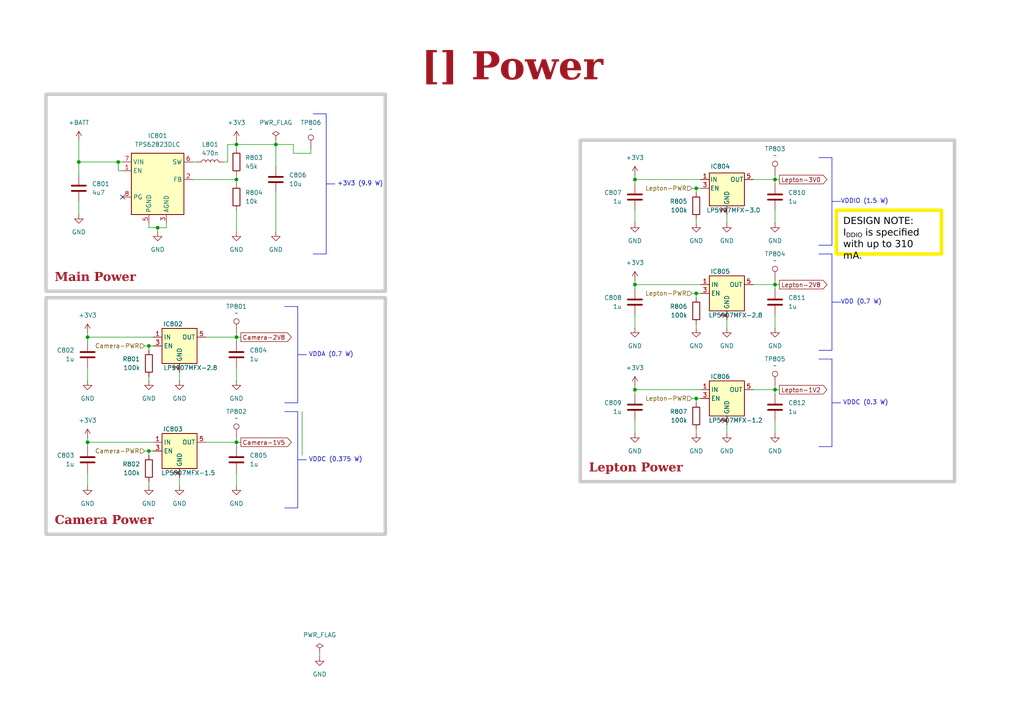
<source format=kicad_sch>
(kicad_sch (version 20250114) (generator "eeschema") (generator_version "9.0")
  (paper "A4")
  (title_block (title "Power") (date "2025-12-19") (rev "1") (company "${COMPANY}"))
  (lib_symbols
    (symbol "Connector:TestPoint" (pin_numbers (hide yes)) (pin_names (offset 0.762) (hide yes))
      (property "Reference" "TP" (at 0 6.858 0))
      (property "Value" "TestPoint" (at 0 5.08 0))
      (symbol "TestPoint_0_1"
        (circle (center 0 3.302) (radius 0.762))
      )
      (symbol "TestPoint_1_1"
        (pin passive line (at 0 0 90) (length 2.54) (name "1") (number "1"))
      )
    )
    (symbol "Device:C" (pin_numbers (hide yes)) (pin_names (offset 0.254))
      (property "Reference" "C" (at 0.635 2.54 0))
      (property "Value" "C" (at 0.635 -2.54 0))
      (symbol "C_0_1"
        (polyline (pts (xy -2.032 0.762) (xy 2.032 0.762)) (stroke (width 0.508)))
        (polyline (pts (xy -2.032 -0.762) (xy 2.032 -0.762)) (stroke (width 0.508)))
      )
      (symbol "C_1_1"
        (pin passive line (at 0 3.81 270) (length 2.794) (name "~") (number "1"))
        (pin passive line (at 0 -3.81 90) (length 2.794) (name "~") (number "2"))
      )
    )
    (symbol "Device:L" (pin_numbers (hide yes)) (pin_names (offset 1.016) (hide yes))
      (property "Reference" "L" (at -1.27 0 90))
      (property "Value" "L" (at 1.905 0 90))
      (symbol "L_0_1"
        (arc (start 0 2.54) (mid 0.6323 1.905) (end 0 1.27))
        (arc (start 0 1.27) (mid 0.6323 0.635) (end 0 0))
        (arc (start 0 0) (mid 0.6323 -0.635) (end 0 -1.27))
        (arc (start 0 -1.27) (mid 0.6323 -1.905) (end 0 -2.54))
      )
      (symbol "L_1_1"
        (pin passive line (at 0 3.81 270) (length 1.27) (name "1") (number "1"))
        (pin passive line (at 0 -3.81 90) (length 1.27) (name "2") (number "2"))
      )
    )
    (symbol "Device:R" (pin_numbers (hide yes)) (pin_names (offset 0))
      (property "Reference" "R" (at 2.032 0 90))
      (property "Value" "R" (at 0 0 90))
      (symbol "R_0_1"
        (rectangle (start -1.016 -2.54) (end 1.016 2.54) (stroke (width 0.254)))
      )
      (symbol "R_1_1"
        (pin passive line (at 0 3.81 270) (length 1.27) (name "~") (number "1"))
        (pin passive line (at 0 -3.81 90) (length 1.27) (name "~") (number "2"))
      )
    )
    (symbol "Regulator_Linear:LP5907MFX-1.2"
      (property "Reference" "U" (at -3.81 6.35 0))
      (property "Value" "LP5907MFX-1.2" (at 6.35 6.35 0))
      (symbol "LP5907MFX-1.2_0_1"
        (rectangle (start -5.08 -5.08) (end 5.08 5.08) (stroke (width 0.254)) (fill (type background)))
        (pin power_in line (at -7.62 2.54 0) (length 2.54) (name "IN") (number "1"))
        (pin input line (at -7.62 0 0) (length 2.54) (name "EN") (number "3"))
        (pin power_in line (at 0 -7.62 90) (length 2.54) (name "GND") (number "2"))
        (pin no_connect line (at 5.08 0 180) (length 2.54) (hide yes) (name "NC") (number "4"))
        (pin power_out line (at 7.62 2.54 180) (length 2.54) (name "OUT") (number "5"))
      )
    )
    (symbol "Regulator_Linear:LP5907MFX-1.5"
      (property "Reference" "U" (at -3.81 6.35 0))
      (property "Value" "LP5907MFX-1.5" (at 6.35 6.35 0))
      (symbol "LP5907MFX-1.5_0_1"
        (rectangle (start -5.08 -5.08) (end 5.08 5.08) (stroke (width 0.254)) (fill (type background)))
        (pin power_in line (at -7.62 2.54 0) (length 2.54) (name "IN") (number "1"))
        (pin input line (at -7.62 0 0) (length 2.54) (name "EN") (number "3"))
        (pin power_in line (at 0 -7.62 90) (length 2.54) (name "GND") (number "2"))
        (pin no_connect line (at 5.08 0 180) (length 2.54) (hide yes) (name "NC") (number "4"))
        (pin power_out line (at 7.62 2.54 180) (length 2.54) (name "OUT") (number "5"))
      )
    )
    (symbol "Regulator_Linear:LP5907MFX-2.8"
      (property "Reference" "U" (at -3.81 6.35 0))
      (property "Value" "LP5907MFX-2.8" (at 6.35 6.35 0))
      (symbol "LP5907MFX-2.8_0_1"
        (rectangle (start -5.08 -5.08) (end 5.08 5.08) (stroke (width 0.254)) (fill (type background)))
        (pin power_in line (at -7.62 2.54 0) (length 2.54) (name "IN") (number "1"))
        (pin input line (at -7.62 0 0) (length 2.54) (name "EN") (number "3"))
        (pin power_in line (at 0 -7.62 90) (length 2.54) (name "GND") (number "2"))
        (pin no_connect line (at 5.08 0 180) (length 2.54) (hide yes) (name "NC") (number "4"))
        (pin power_out line (at 7.62 2.54 180) (length 2.54) (name "OUT") (number "5"))
      )
    )
    (symbol "Regulator_Linear:TLV75530PDBV" (pin_names (offset 0.254))
      (property "Reference" "U" (at -3.81 5.715 0))
      (property "Value" "TLV75530PDBV" (at 0 5.715 0))
      (symbol "TLV75530PDBV_0_1"
        (rectangle (start -5.08 4.445) (end 5.08 -5.08) (stroke (width 0.254)) (fill (type background)))
      )
      (symbol "TLV75530PDBV_1_1"
        (pin power_in line (at -7.62 2.54 0) (length 2.54) (name "IN") (number "1"))
        (pin input line (at -7.62 0 0) (length 2.54) (name "EN") (number "3"))
        (pin power_in line (at 0 -7.62 90) (length 2.54) (name "GND") (number "2"))
        (pin no_connect line (at 5.08 0 180) (length 2.54) (hide yes) (name "NC") (number "4"))
        (pin power_out line (at 7.62 2.54 180) (length 2.54) (name "OUT") (number "5"))
      )
    )
    (symbol "Regulator_Switching:TPS62823DLC"
      (property "Reference" "U" (at -7.62 11.43 0))
      (property "Value" "TPS62823DLC" (at -1.27 11.43 0))
      (symbol "TPS62823DLC_0_1"
        (rectangle (start -7.62 10.16) (end 7.62 -7.62) (stroke (width 0.254)) (fill (type background)))
      )
      (symbol "TPS62823DLC_1_1"
        (pin power_in line (at -10.16 7.62 0) (length 2.54) (name "VIN") (number "7"))
        (pin input line (at -10.16 5.08 0) (length 2.54) (name "EN") (number "1"))
        (pin open_collector line (at -10.16 -2.54 0) (length 2.54) (name "PG") (number "8"))
        (pin power_in line (at -2.54 -10.16 90) (length 2.54) (name "PGND") (number "5"))
        (pin power_in line (at 2.54 -10.16 90) (length 2.54) (name "AGND") (number "3"))
        (pin no_connect line (at 7.62 5.08 180) (length 2.54) (hide yes) (name "NC") (number "4"))
        (pin power_out line (at 10.16 7.62 180) (length 2.54) (name "SW") (number "6"))
        (pin input line (at 10.16 2.54 180) (length 2.54) (name "FB") (number "2"))
      )
    )
    (symbol "power:+3V3" (power) (pin_numbers (hide yes)) (pin_names (offset 0) (hide yes))
      (property "Value" "+3V3" (at 0 3.556 0))
      (symbol "+3V3_0_1"
        (polyline (pts (xy -0.762 1.27) (xy 0 2.54)))
        (polyline (pts (xy 0 2.54) (xy 0.762 1.27)))
        (polyline (pts (xy 0 0) (xy 0 2.54)))
      )
      (symbol "+3V3_1_1"
        (pin power_in line (at 0 0 90) (length 0) (name "~") (number "1"))
      )
    )
    (symbol "power:+BATT" (power) (pin_numbers (hide yes)) (pin_names (offset 0) (hide yes))
      (property "Value" "+BATT" (at 0 3.556 0))
      (symbol "+BATT_0_1"
        (polyline (pts (xy -0.762 1.27) (xy 0 2.54)))
        (polyline (pts (xy 0 2.54) (xy 0.762 1.27)))
        (polyline (pts (xy 0 0) (xy 0 2.54)))
      )
      (symbol "+BATT_1_1"
        (pin power_in line (at 0 0 90) (length 0) (name "~") (number "1"))
      )
    )
    (symbol "power:GND" (power) (pin_numbers (hide yes)) (pin_names (offset 0) (hide yes))
      (property "Value" "GND" (at 0 -3.81 0))
      (symbol "GND_0_1"
        (polyline (pts (xy 0 0) (xy 0 -1.27) (xy 1.27 -1.27) (xy 0 -2.54) (xy -1.27 -1.27) (xy 0 -1.27)))
      )
      (symbol "GND_1_1"
        (pin power_in line (at 0 0 270) (length 0) (name "~") (number "1"))
      )
    )
    (symbol "power:PWR_FLAG" (power) (pin_numbers (hide yes)) (pin_names (offset 0) (hide yes))
      (property "Value" "PWR_FLAG" (at 0 3.81 0))
      (symbol "PWR_FLAG_0_0"
        (pin power_out line (at 0 0 90) (length 0) (name "~") (number "1"))
      )
      (symbol "PWR_FLAG_0_1"
        (polyline (pts (xy 0 0) (xy 0 1.27) (xy -1.016 1.905) (xy 0 2.54) (xy 1.016 1.905) (xy 0 1.27)))
      )
    )
  )
  (rectangle (start 168.275 40.64) (end 276.86 139.7) (stroke (width 1) (color 200 200 200 1)))
  (rectangle (start 13.335 86.36) (end 111.76 154.94) (stroke (width 1) (color 200 200 200 1)))
  (rectangle (start 13.335 27.305) (end 111.76 84.455) (stroke (width 1) (color 200 200 200 1)))
  (text "VDDC (0.3 W)" (at 244.475 116.84 0) (effects (font (size 1.27 1.27)) (justify left)))
  (text "VDDA (0.7 W)" (at 89.535 102.87 0) (effects (font (size 1.27 1.27)) (justify left)))
  (text "VDDIO (1.5 W)" (at 243.84 58.42 0) (effects (font (size 1.27 1.27)) (justify left)))
  (text "+3V3 (9.9 W)" (at 97.79 53.34 0) (effects (font (size 1.27 1.27)) (justify left)))
  (text "VDD (0.7 W)" (at 243.84 87.63 0) (effects (font (size 1.27 1.27)) (justify left)))
  (text "VDDC (0.375 W)" (at 89.535 133.35 0) (effects (font (size 1.27 1.27)) (justify left)))
  (text_box "Main Power" (at 13.97 74.295 0) (size 53.34 9.525) (margins 1.9049 1.9049 1.9049 1.9049) (stroke (width -0.0001)) (effects (font (size 2.54 2.54) (thickness 0.508) (bold yes)) (justify left bottom)))
  (text_box "Lepton Power" (at 168.91 129.54 0) (size 53.34 9.525) (margins 1.9049 1.9049 1.9049 1.9049) (stroke (width -0.0001)) (effects (font (size 2.54 2.54) (thickness 0.508) (bold yes)) (justify left bottom)))
  (text_box "[${#}] ${TITLE}" (at 12.7 12.7 0) (size 271.78 13.97) (margins 5.9999 5.9999 5.9999 5.9999) (stroke (width -0.0001)) (effects (font (size 8 8) (thickness 1.2) (bold yes))))
  (text_box "DESIGN NOTE:\nI_{DDIO} is specified with up to 310 mA." (at 242.57 60.96 0) (size 30.48 12.7) (margins 2 2 2 2) (stroke (width 1) (color 250 236 0 1)) (effects (font (size 2 2)) (justify left top)))
  (text_box "Camera Power" (at 13.97 144.78 0) (size 53.34 9.525) (margins 1.9049 1.9049 1.9049 1.9049) (stroke (width -0.0001)) (effects (font (size 2.54 2.54) (thickness 0.508) (bold yes)) (justify left bottom)))
  (junction (at 43.18 100.33))
  (junction (at 43.18 130.81))
  (junction (at 201.93 54.61))
  (junction (at 184.15 113.03))
  (junction (at 80.01 41.91))
  (junction (at 25.4 97.79))
  (junction (at 25.4 128.27))
  (junction (at 224.79 52.07))
  (junction (at 68.58 128.27))
  (junction (at 224.79 113.03))
  (junction (at 201.93 85.09))
  (junction (at 224.79 82.55))
  (junction (at 201.93 115.57))
  (junction (at 184.15 52.07))
  (junction (at 184.15 82.55))
  (junction (at 34.29 46.99))
  (junction (at 68.58 97.79))
  (junction (at 68.58 41.91))
  (junction (at 22.86 46.99))
  (junction (at 68.58 52.07))
  (junction (at 45.72 66.04))
  (no_connect (at 35.56 57.15))
  (wire (pts (xy 80.01 41.91) (xy 80.01 48.26)))
  (wire (pts (xy 68.58 127) (xy 68.58 128.27)))
  (wire (pts (xy 44.45 130.81) (xy 43.18 130.81)))
  (polyline (pts (xy 237.49 45.72) (xy 241.3 45.72)))
  (polyline (pts (xy 86.36 133.35) (xy 88.9 133.35)))
  (wire (pts (xy 200.66 115.57) (xy 201.93 115.57)))
  (wire (pts (xy 224.79 60.96) (xy 224.79 64.77)))
  (wire (pts (xy 80.01 41.91) (xy 85.09 41.91)))
  (polyline (pts (xy 82.55 119.38) (xy 86.36 119.38)))
  (polyline (pts (xy 90.805 73.66) (xy 94.615 73.66)))
  (wire (pts (xy 55.88 52.07) (xy 68.58 52.07)))
  (polyline (pts (xy 86.36 119.38) (xy 86.36 147.32)))
  (wire (pts (xy 201.93 125.73) (xy 201.93 124.46)))
  (wire (pts (xy 218.44 52.07) (xy 224.79 52.07)))
  (wire (pts (xy 224.79 121.92) (xy 224.79 125.73)))
  (polyline (pts (xy 90.805 33.02) (xy 94.615 33.02)))
  (wire (pts (xy 224.79 82.55) (xy 226.06 82.55)))
  (polyline (pts (xy 237.49 101.6) (xy 241.3 101.6)))
  (wire (pts (xy 200.66 85.09) (xy 201.93 85.09)))
  (wire (pts (xy 64.77 46.99) (xy 66.04 46.99)))
  (wire (pts (xy 43.18 64.77) (xy 43.18 66.04)))
  (wire (pts (xy 45.72 66.04) (xy 48.26 66.04)))
  (wire (pts (xy 44.45 100.33) (xy 43.18 100.33)))
  (polyline (pts (xy 86.36 88.9) (xy 86.36 116.84)))
  (wire (pts (xy 68.58 97.79) (xy 69.85 97.79)))
  (wire (pts (xy 87.63 119.38) (xy 87.63 132.08)))
  (wire (pts (xy 224.79 113.03) (xy 224.79 114.3)))
  (wire (pts (xy 52.07 138.43) (xy 52.07 140.97)))
  (wire (pts (xy 224.79 113.03) (xy 226.06 113.03)))
  (wire (pts (xy 44.45 128.27) (xy 25.4 128.27)))
  (wire (pts (xy 25.4 137.16) (xy 25.4 140.97)))
  (wire (pts (xy 52.07 107.95) (xy 52.07 110.49)))
  (wire (pts (xy 224.79 50.8) (xy 224.79 52.07)))
  (wire (pts (xy 184.15 50.8) (xy 184.15 52.07)))
  (wire (pts (xy 224.79 111.76) (xy 224.79 113.03)))
  (wire (pts (xy 201.93 95.25) (xy 201.93 93.98)))
  (wire (pts (xy 68.58 60.96) (xy 68.58 67.31)))
  (wire (pts (xy 34.29 49.53) (xy 35.56 49.53)))
  (wire (pts (xy 224.79 82.55) (xy 224.79 83.82)))
  (wire (pts (xy 85.09 41.91) (xy 85.09 44.45)))
  (wire (pts (xy 41.91 100.33) (xy 43.18 100.33)))
  (wire (pts (xy 210.82 92.71) (xy 210.82 95.25)))
  (wire (pts (xy 35.56 46.99) (xy 34.29 46.99)))
  (wire (pts (xy 44.45 97.79) (xy 25.4 97.79)))
  (wire (pts (xy 184.15 111.76) (xy 184.15 113.03)))
  (wire (pts (xy 224.79 52.07) (xy 226.06 52.07)))
  (wire (pts (xy 224.79 91.44) (xy 224.79 95.25)))
  (wire (pts (xy 201.93 64.77) (xy 201.93 63.5)))
  (wire (pts (xy 43.18 130.81) (xy 43.18 132.08)))
  (wire (pts (xy 184.15 81.28) (xy 184.15 82.55)))
  (wire (pts (xy 34.29 46.99) (xy 22.86 46.99)))
  (polyline (pts (xy 237.49 71.12) (xy 241.3 71.12)))
  (wire (pts (xy 66.04 46.99) (xy 66.04 41.91)))
  (wire (pts (xy 25.4 97.79) (xy 25.4 99.06)))
  (polyline (pts (xy 237.49 104.14) (xy 241.3 104.14)))
  (wire (pts (xy 22.86 40.64) (xy 22.86 46.99)))
  (wire (pts (xy 224.79 52.07) (xy 224.79 53.34)))
  (wire (pts (xy 218.44 82.55) (xy 224.79 82.55)))
  (polyline (pts (xy 241.3 104.14) (xy 241.3 129.54)))
  (wire (pts (xy 41.91 130.81) (xy 43.18 130.81)))
  (wire (pts (xy 34.29 49.53) (xy 34.29 46.99)))
  (polyline (pts (xy 237.49 73.66) (xy 241.3 73.66)))
  (polyline (pts (xy 86.36 102.87) (xy 88.9 102.87)))
  (wire (pts (xy 43.18 110.49) (xy 43.18 109.22)))
  (wire (pts (xy 66.04 41.91) (xy 68.58 41.91)))
  (wire (pts (xy 203.2 82.55) (xy 184.15 82.55)))
  (polyline (pts (xy 241.3 45.72) (xy 241.3 71.12)))
  (wire (pts (xy 90.17 43.18) (xy 90.17 44.45)))
  (wire (pts (xy 224.79 81.28) (xy 224.79 82.55)))
  (wire (pts (xy 68.58 50.8) (xy 68.58 52.07)))
  (wire (pts (xy 68.58 52.07) (xy 68.58 53.34)))
  (wire (pts (xy 201.93 85.09) (xy 201.93 86.36)))
  (wire (pts (xy 48.26 64.77) (xy 48.26 66.04)))
  (polyline (pts (xy 94.615 33.02) (xy 94.615 73.66)))
  (wire (pts (xy 68.58 128.27) (xy 68.58 129.54)))
  (wire (pts (xy 59.69 128.27) (xy 68.58 128.27)))
  (wire (pts (xy 203.2 113.03) (xy 184.15 113.03)))
  (wire (pts (xy 184.15 52.07) (xy 184.15 53.34)))
  (wire (pts (xy 92.71 189.23) (xy 92.71 190.5)))
  (wire (pts (xy 22.86 58.42) (xy 22.86 62.23)))
  (polyline (pts (xy 82.55 116.84) (xy 86.36 116.84)))
  (wire (pts (xy 184.15 60.96) (xy 184.15 64.77)))
  (wire (pts (xy 80.01 40.64) (xy 80.01 41.91)))
  (wire (pts (xy 43.18 100.33) (xy 43.18 101.6)))
  (wire (pts (xy 85.09 44.45) (xy 90.17 44.45)))
  (polyline (pts (xy 237.49 129.54) (xy 241.3 129.54)))
  (wire (pts (xy 68.58 128.27) (xy 69.85 128.27)))
  (wire (pts (xy 218.44 113.03) (xy 224.79 113.03)))
  (polyline (pts (xy 241.3 116.84) (xy 243.84 116.84)))
  (polyline (pts (xy 241.3 73.66) (xy 241.3 101.6)))
  (wire (pts (xy 184.15 82.55) (xy 184.15 83.82)))
  (polyline (pts (xy 241.3 87.63) (xy 243.84 87.63)))
  (wire (pts (xy 68.58 97.79) (xy 68.58 99.06)))
  (wire (pts (xy 59.69 97.79) (xy 68.58 97.79)))
  (wire (pts (xy 201.93 54.61) (xy 201.93 55.88)))
  (wire (pts (xy 25.4 127) (xy 25.4 128.27)))
  (wire (pts (xy 68.58 106.68) (xy 68.58 110.49)))
  (wire (pts (xy 203.2 52.07) (xy 184.15 52.07)))
  (wire (pts (xy 43.18 66.04) (xy 45.72 66.04)))
  (wire (pts (xy 68.58 96.52) (xy 68.58 97.79)))
  (wire (pts (xy 203.2 115.57) (xy 201.93 115.57)))
  (wire (pts (xy 55.88 46.99) (xy 57.15 46.99)))
  (wire (pts (xy 25.4 96.52) (xy 25.4 97.79)))
  (wire (pts (xy 184.15 121.92) (xy 184.15 125.73)))
  (wire (pts (xy 68.58 137.16) (xy 68.58 140.97)))
  (polyline (pts (xy 82.55 88.9) (xy 86.36 88.9)))
  (polyline (pts (xy 241.3 58.42) (xy 243.84 58.42)))
  (wire (pts (xy 184.15 113.03) (xy 184.15 114.3)))
  (polyline (pts (xy 82.55 147.32) (xy 86.36 147.32)))
  (wire (pts (xy 25.4 106.68) (xy 25.4 110.49)))
  (wire (pts (xy 210.82 123.19) (xy 210.82 125.73)))
  (wire (pts (xy 200.66 54.61) (xy 201.93 54.61)))
  (wire (pts (xy 45.72 66.04) (xy 45.72 67.31)))
  (wire (pts (xy 68.58 40.64) (xy 68.58 41.91)))
  (wire (pts (xy 203.2 85.09) (xy 201.93 85.09)))
  (wire (pts (xy 43.18 140.97) (xy 43.18 139.7)))
  (wire (pts (xy 210.82 62.23) (xy 210.82 64.77)))
  (wire (pts (xy 68.58 41.91) (xy 80.01 41.91)))
  (wire (pts (xy 22.86 46.99) (xy 22.86 50.8)))
  (wire (pts (xy 201.93 115.57) (xy 201.93 116.84)))
  (wire (pts (xy 184.15 91.44) (xy 184.15 95.25)))
  (wire (pts (xy 80.01 55.88) (xy 80.01 67.31)))
  (wire (pts (xy 25.4 128.27) (xy 25.4 129.54)))
  (wire (pts (xy 68.58 41.91) (xy 68.58 43.18)))
  (wire (pts (xy 203.2 54.61) (xy 201.93 54.61)))
  (polyline (pts (xy 94.615 53.34) (xy 97.155 53.34)))
  (global_label "Camera-2V8" (shape output) (at 69.85 97.79 0) (property "Intersheetrefs" "${INTERSHEET_REFS}" (effects (hide yes))))
  (global_label "Lepton-1V2" (shape output) (at 226.06 113.03 0) (property "Intersheetrefs" "${INTERSHEET_REFS}" (effects (hide yes))))
  (global_label "Lepton-2V8" (shape output) (at 226.06 82.55 0) (property "Intersheetrefs" "${INTERSHEET_REFS}" (effects (hide yes))))
  (global_label "Lepton-3V0" (shape output) (at 226.06 52.07 0) (property "Intersheetrefs" "${INTERSHEET_REFS}" (effects (hide yes))))
  (global_label "Camera-1V5" (shape output) (at 69.85 128.27 0) (property "Intersheetrefs" "${INTERSHEET_REFS}" (effects (hide yes))))
  (hierarchical_label "Lepton-PWR" (shape input) (at 200.66 54.61 180))
  (hierarchical_label "Lepton-PWR" (shape input) (at 200.66 115.57 180))
  (hierarchical_label "Lepton-PWR" (shape input) (at 200.66 85.09 180))
  (hierarchical_label "Camera-PWR" (shape input) (at 41.91 130.81 180))
  (hierarchical_label "Camera-PWR" (shape input) (at 41.91 100.33 180))
  (symbol (lib_id "power:+3V3") (at 184.15 81.28 0) (unit 1)
    (property "Reference" "#PWR0819" (effects (hide yes)))
    (property "Value" "+3V3" (at 184.15 76.2 0))
    (property "Description" "Power symbol creates a global label with name \"+3V3\"" (effects (hide yes)))
  )
  (symbol (lib_id "power:GND") (at 52.07 140.97 0) (unit 1)
    (property "Reference" "#PWR0811" (effects (hide yes)))
    (property "Value" "GND" (at 52.07 146.05 0))
    (property "Description" "Power symbol creates a global label with name \"GND\" , ground" (effects (hide yes)))
  )
  (symbol (lib_id "Regulator_Linear:LP5907MFX-2.8") (at 210.82 85.09 0) (unit 1)
    (property "Reference" "IC805" (at 208.915 78.74 0))
    (property "Value" "LP5907MFX-2.8" (at 213.36 91.44 0))
    (property "Footprint" "Package_TO_SOT_SMD:SOT-23-5" (effects (hide yes)))
    (property "Datasheet" "https://www.ti.com/lit/gpn/lp5907" (effects (hide yes)))
    (property "Description" "250-mA Ultra-Low-Noise Low-IQ LDO, 2.8V, SOT-23" (effects (hide yes)))
    (property "manf" "Texas Instruments" (effects (hide yes)))
    (property "manf#" "LP5907MFX-2.8/NOPB" (effects (hide yes)))
    (property "mouser#" "595-LP5907MFX-2.8/NOPB" (effects (hide yes)))
  )
  (symbol (lib_id "Regulator_Linear:LP5907MFX-1.5") (at 52.07 130.81 0) (unit 1)
    (property "Reference" "IC803" (at 50.165 124.46 0))
    (property "Value" "LP5907MFX-1.5" (at 54.61 137.16 0))
    (property "Footprint" "Package_TO_SOT_SMD:SOT-23-5" (effects (hide yes)))
    (property "Datasheet" "https://www.ti.com/lit/gpn/lp5907" (effects (hide yes)))
    (property "Description" "250-mA Ultra-Low-Noise Low-IQ LDO, 1.5V, SOT-23" (effects (hide yes)))
    (property "manf" "Texas Instruments" (effects (hide yes)))
    (property "manf#" " LP5907MFX1.5NOPB" (effects (hide yes)))
    (property "mouser#" " 595-LP5907MFX1.5NOPB" (effects (hide yes)))
  )
  (symbol (lib_id "power:GND") (at 210.82 95.25 0) (unit 1)
    (property "Reference" "#PWR0827" (effects (hide yes)))
    (property "Value" "GND" (at 210.82 100.33 0))
    (property "Description" "Power symbol creates a global label with name \"GND\" , ground" (effects (hide yes)))
  )
  (symbol (lib_id "Device:C") (at 68.58 102.87 0) (mirror y) (unit 1)
    (property "Reference" "C804" (at 72.39 101.5999 0) (effects (justify right)))
    (property "Value" "1u" (at 72.39 104.1399 0) (effects (justify right)))
    (property "Footprint" "Capacitor_SMD:C_0603_1608Metric" (effects (hide yes)))
    (property "Datasheet" "https://www.mouser.de/datasheet/2/40/cx5r_KGM-3223198.pdf" (effects (hide yes)))
    (property "Description" "Unpolarized capacitor" (effects (hide yes)))
    (property "manf" "KYOCERA AVX" (effects (hide yes)))
    (property "manf#" "06036C105MAT2A" (effects (hide yes)))
    (property "mouser#" "581-06036C105MAT2A" (effects (hide yes)))
  )
  (symbol (lib_id "Device:C") (at 224.79 87.63 0) (mirror y) (unit 1)
    (property "Reference" "C811" (at 228.6 86.3599 0) (effects (justify right)))
    (property "Value" "1u" (at 228.6 88.8999 0) (effects (justify right)))
    (property "Footprint" "Capacitor_SMD:C_0603_1608Metric" (effects (hide yes)))
    (property "Datasheet" "https://www.mouser.de/datasheet/2/40/cx5r_KGM-3223198.pdf" (effects (hide yes)))
    (property "Description" "Unpolarized capacitor" (effects (hide yes)))
    (property "manf" "KYOCERA AVX" (effects (hide yes)))
    (property "manf#" "06036C105MAT2A" (effects (hide yes)))
    (property "mouser#" "581-06036C105MAT2A" (effects (hide yes)))
  )
  (symbol (lib_id "power:GND") (at 80.01 67.31 0) (unit 1)
    (property "Reference" "#PWR0816" (effects (hide yes)))
    (property "Value" "GND" (at 80.01 72.39 0))
    (property "Description" "Power symbol creates a global label with name \"GND\" , ground" (effects (hide yes)))
  )
  (symbol (lib_id "Connector:TestPoint") (at 90.17 43.18 0) (unit 1) (in_bom no)
    (property "Reference" "TP806" (at 90.17 35.56 0))
    (property "Value" "~" (at 90.17 37.465 0))
    (property "Footprint" "TestPoint:TestPoint_Pad_1.0x1.0mm" (effects (hide yes)))
    (property "Description" "test point" (effects (hide yes)))
  )
  (symbol (lib_id "power:GND") (at 201.93 95.25 0) (unit 1)
    (property "Reference" "#PWR0824" (effects (hide yes)))
    (property "Value" "GND" (at 201.93 100.33 0))
    (property "Description" "Power symbol creates a global label with name \"GND\" , ground" (effects (hide yes)))
  )
  (symbol (lib_id "power:GND") (at 201.93 64.77 0) (unit 1)
    (property "Reference" "#PWR0823" (effects (hide yes)))
    (property "Value" "GND" (at 201.93 69.85 0))
    (property "Description" "Power symbol creates a global label with name \"GND\" , ground" (effects (hide yes)))
  )
  (symbol (lib_id "power:+3V3") (at 184.15 111.76 0) (unit 1)
    (property "Reference" "#PWR0821" (effects (hide yes)))
    (property "Value" "+3V3" (at 184.15 106.68 0))
    (property "Description" "Power symbol creates a global label with name \"+3V3\"" (effects (hide yes)))
  )
  (symbol (lib_id "Device:C") (at 224.79 57.15 0) (mirror y) (unit 1)
    (property "Reference" "C810" (at 228.6 55.8799 0) (effects (justify right)))
    (property "Value" "1u" (at 228.6 58.4199 0) (effects (justify right)))
    (property "Footprint" "Capacitor_SMD:C_0603_1608Metric" (effects (hide yes)))
    (property "Datasheet" "https://www.mouser.de/datasheet/2/40/cx5r_KGM-3223198.pdf" (effects (hide yes)))
    (property "Description" "Unpolarized capacitor" (effects (hide yes)))
    (property "manf" "KYOCERA AVX" (effects (hide yes)))
    (property "manf#" "06036C105MAT2A" (effects (hide yes)))
    (property "mouser#" "581-06036C105MAT2A" (effects (hide yes)))
  )
  (symbol (lib_id "Device:C") (at 184.15 118.11 0) (unit 1)
    (property "Reference" "C809" (at 180.34 116.8399 0) (effects (justify right)))
    (property "Value" "1u" (at 180.34 119.3799 0) (effects (justify right)))
    (property "Footprint" "Capacitor_SMD:C_0603_1608Metric" (effects (hide yes)))
    (property "Datasheet" "https://www.mouser.de/datasheet/2/40/cx5r_KGM-3223198.pdf" (effects (hide yes)))
    (property "Description" "Unpolarized capacitor" (effects (hide yes)))
    (property "manf" "KYOCERA AVX" (effects (hide yes)))
    (property "manf#" "06036C105MAT2A" (effects (hide yes)))
    (property "mouser#" "581-06036C105MAT2A" (effects (hide yes)))
  )
  (symbol (lib_id "power:GND") (at 68.58 110.49 0) (unit 1)
    (property "Reference" "#PWR0814" (effects (hide yes)))
    (property "Value" "GND" (at 68.58 115.57 0))
    (property "Description" "Power symbol creates a global label with name \"GND\" , ground" (effects (hide yes)))
  )
  (symbol (lib_id "Device:R") (at 68.58 46.99 0) (mirror y) (unit 1)
    (property "Reference" "R803" (at 71.12 45.72 0) (effects (justify right)))
    (property "Value" "45k" (at 71.12 48.26 0) (effects (justify right)))
    (property "Footprint" "Resistor_SMD:R_0603_1608Metric" (effects (hide yes)))
    (property "Datasheet" "https://www.mouser.de/datasheet/2/54/cr-1858361.pdf" (effects (hide yes)))
    (property "Description" "Resistor" (effects (hide yes)))
    (property "manf" "Bourns" (effects (hide yes)))
    (property "manf#" "CR0603-FX-4532ELF" (effects (hide yes)))
    (property "mouser#" "652-CR0603-FX-4532ELF" (effects (hide yes)))
  )
  (symbol (lib_id "power:GND") (at 52.07 110.49 0) (unit 1)
    (property "Reference" "#PWR0810" (effects (hide yes)))
    (property "Value" "GND" (at 52.07 115.57 0))
    (property "Description" "Power symbol creates a global label with name \"GND\" , ground" (effects (hide yes)))
  )
  (symbol (lib_id "power:GND") (at 25.4 140.97 0) (unit 1)
    (property "Reference" "#PWR0806" (effects (hide yes)))
    (property "Value" "GND" (at 25.4 146.05 0))
    (property "Description" "Power symbol creates a global label with name \"GND\" , ground" (effects (hide yes)))
  )
  (symbol (lib_id "Regulator_Switching:TPS62823DLC") (at 45.72 54.61 0) (unit 1)
    (property "Reference" "IC801" (at 45.72 39.37 0))
    (property "Value" "TPS62823DLC" (at 45.72 41.91 0))
    (property "Footprint" "Package_SON:Texas_VSON-HR-8_1.5x2mm_P0.5mm" (effects (hide yes)))
    (property "Datasheet" "http://www.ti.com/lit/ds/symlink/tps62823.pdf" (effects (hide yes)))
    (property "Description" "3A Step-Down Converter with DCS-Control, adjustable output, 2.4-5.5V input voltage, QFN-8" (effects (hide yes)))
    (property "manf" "Texas Instruments" (effects (hide yes)))
    (property "manf#" "TPS62823DLCT" (effects (hide yes)))
    (property "mouser#" "595-TPS62823DLCT" (effects (hide yes)))
  )
  (symbol (lib_id "power:PWR_FLAG") (at 92.71 189.23 0) (unit 1)
    (property "Reference" "#FLG0802" (effects (hide yes)))
    (property "Value" "PWR_FLAG" (at 92.71 184.15 0))
    (property "Description" "Special symbol for telling ERC where power comes from" (effects (hide yes)))
  )
  (symbol (lib_id "power:GND") (at 224.79 125.73 0) (unit 1)
    (property "Reference" "#PWR0831" (effects (hide yes)))
    (property "Value" "GND" (at 224.79 130.81 0))
    (property "Description" "Power symbol creates a global label with name \"GND\" , ground" (effects (hide yes)))
  )
  (symbol (lib_id "power:+3V3") (at 25.4 127 0) (unit 1)
    (property "Reference" "#PWR0805" (effects (hide yes)))
    (property "Value" "+3V3" (at 25.4 121.92 0))
    (property "Description" "Power symbol creates a global label with name \"+3V3\"" (effects (hide yes)))
  )
  (symbol (lib_id "power:GND") (at 68.58 140.97 0) (unit 1)
    (property "Reference" "#PWR0815" (effects (hide yes)))
    (property "Value" "GND" (at 68.58 146.05 0))
    (property "Description" "Power symbol creates a global label with name \"GND\" , ground" (effects (hide yes)))
  )
  (symbol (lib_id "Device:C") (at 68.58 133.35 0) (mirror y) (unit 1)
    (property "Reference" "C805" (at 72.39 132.0799 0) (effects (justify right)))
    (property "Value" "1u" (at 72.39 134.6199 0) (effects (justify right)))
    (property "Footprint" "Capacitor_SMD:C_0603_1608Metric" (effects (hide yes)))
    (property "Datasheet" "https://www.mouser.de/datasheet/2/40/cx5r_KGM-3223198.pdf" (effects (hide yes)))
    (property "Description" "Unpolarized capacitor" (effects (hide yes)))
    (property "manf" "KYOCERA AVX" (effects (hide yes)))
    (property "manf#" "06036C105MAT2A" (effects (hide yes)))
    (property "mouser#" "581-06036C105MAT2A" (effects (hide yes)))
  )
  (symbol (lib_id "Regulator_Linear:TLV75530PDBV") (at 210.82 54.61 0) (unit 1)
    (property "Reference" "IC804" (at 208.915 48.26 0))
    (property "Value" "LP5907MFX-3.0" (at 212.725 60.96 0))
    (property "Footprint" "Package_TO_SOT_SMD:SOT-23-5" (effects (hide yes)))
    (property "Datasheet" "http://www.ti.com/lit/ds/symlink/tlv755p.pdf" (effects (hide yes)))
    (property "Description" "500mA Low Dropout Voltage Regulator, Fixed Output 3.0V, SOT-23-5" (effects (hide yes)))
    (property "manf" "Texas Instruments" (effects (hide yes)))
    (property "manf#" "TLV75530PDBVR" (effects (hide yes)))
    (property "mouser#" "595-TLV75530PDBVR" (effects (hide yes)))
  )
  (symbol (lib_id "power:GND") (at 43.18 140.97 0) (unit 1)
    (property "Reference" "#PWR0808" (effects (hide yes)))
    (property "Value" "GND" (at 43.18 146.05 0))
    (property "Description" "Power symbol creates a global label with name \"GND\" , ground" (effects (hide yes)))
  )
  (symbol (lib_id "power:GND") (at 210.82 64.77 0) (unit 1)
    (property "Reference" "#PWR0826" (effects (hide yes)))
    (property "Value" "GND" (at 210.82 69.85 0))
    (property "Description" "Power symbol creates a global label with name \"GND\" , ground" (effects (hide yes)))
  )
  (symbol (lib_id "Device:C") (at 22.86 54.61 0) (mirror y) (unit 1)
    (property "Reference" "C801" (at 26.67 53.3399 0) (effects (justify right)))
    (property "Value" "4u7" (at 26.67 55.8799 0) (effects (justify right)))
    (property "Footprint" "Capacitor_SMD:C_0603_1608Metric" (effects (hide yes)))
    (property "Datasheet" "https://datasheets.kyocera-avx.com/KGM_Y5V.pdf" (effects (hide yes)))
    (property "Description" "Unpolarized capacitor" (effects (hide yes)))
    (property "manf" "KYOCERA AVX" (effects (hide yes)))
    (property "manf#" "0603ZG475ZAT2A" (effects (hide yes)))
    (property "mouser#" "581-0603ZG475ZAT2A" (effects (hide yes)))
  )
  (symbol (lib_id "power:+3V3") (at 184.15 50.8 0) (unit 1)
    (property "Reference" "#PWR0817" (effects (hide yes)))
    (property "Value" "+3V3" (at 184.15 45.72 0))
    (property "Description" "Power symbol creates a global label with name \"+3V3\"" (effects (hide yes)))
  )
  (symbol (lib_id "Connector:TestPoint") (at 224.79 81.28 0) (unit 1) (in_bom no)
    (property "Reference" "TP804" (at 224.79 73.66 0))
    (property "Value" "~" (at 224.79 75.565 0))
    (property "Footprint" "TestPoint:TestPoint_Pad_1.0x1.0mm" (effects (hide yes)))
    (property "Description" "test point" (effects (hide yes)))
  )
  (symbol (lib_id "power:GND") (at 210.82 125.73 0) (unit 1)
    (property "Reference" "#PWR0828" (effects (hide yes)))
    (property "Value" "GND" (at 210.82 130.81 0))
    (property "Description" "Power symbol creates a global label with name \"GND\" , ground" (effects (hide yes)))
  )
  (symbol (lib_id "power:GND") (at 22.86 62.23 0) (unit 1)
    (property "Reference" "#PWR0802" (effects (hide yes)))
    (property "Value" "GND" (at 22.86 67.31 0))
    (property "Description" "Power symbol creates a global label with name \"GND\" , ground" (effects (hide yes)))
  )
  (symbol (lib_id "Device:C") (at 224.79 118.11 0) (mirror y) (unit 1)
    (property "Reference" "C812" (at 228.6 116.8399 0) (effects (justify right)))
    (property "Value" "1u" (at 228.6 119.3799 0) (effects (justify right)))
    (property "Footprint" "Capacitor_SMD:C_0603_1608Metric" (effects (hide yes)))
    (property "Datasheet" "https://www.mouser.de/datasheet/2/40/cx5r_KGM-3223198.pdf" (effects (hide yes)))
    (property "Description" "Unpolarized capacitor" (effects (hide yes)))
    (property "manf" "KYOCERA AVX" (effects (hide yes)))
    (property "manf#" "06036C105MAT2A" (effects (hide yes)))
    (property "mouser#" "581-06036C105MAT2A" (effects (hide yes)))
  )
  (symbol (lib_id "Device:R") (at 201.93 59.69 0) (unit 1)
    (property "Reference" "R805" (at 199.39 58.42 0) (effects (justify right)))
    (property "Value" "100k" (at 199.39 60.96 0) (effects (justify right)))
    (property "Footprint" "Resistor_SMD:R_0603_1608Metric" (effects (hide yes)))
    (property "Datasheet" "https://www.mouser.de/datasheet/2/54/cr-1858361.pdf" (effects (hide yes)))
    (property "Description" "Resistor" (effects (hide yes)))
    (property "manf" "Bourns" (effects (hide yes)))
    (property "manf#" "CR0603-JW-104ELF" (effects (hide yes)))
    (property "mouser#" "652-CR0603-JW-104ELF" (effects (hide yes)))
  )
  (symbol (lib_id "power:GND") (at 184.15 64.77 0) (unit 1)
    (property "Reference" "#PWR0818" (effects (hide yes)))
    (property "Value" "GND" (at 184.15 69.85 0))
    (property "Description" "Power symbol creates a global label with name \"GND\" , ground" (effects (hide yes)))
  )
  (symbol (lib_id "power:GND") (at 184.15 95.25 0) (unit 1)
    (property "Reference" "#PWR0820" (effects (hide yes)))
    (property "Value" "GND" (at 184.15 100.33 0))
    (property "Description" "Power symbol creates a global label with name \"GND\" , ground" (effects (hide yes)))
  )
  (symbol (lib_id "power:+BATT") (at 22.86 40.64 0) (unit 1)
    (property "Reference" "#PWR0801" (effects (hide yes)))
    (property "Value" "+BATT" (at 22.86 35.56 0))
    (property "Description" "Power symbol creates a global label with name \"+BATT\"" (effects (hide yes)))
  )
  (symbol (lib_id "Regulator_Linear:LP5907MFX-2.8") (at 52.07 100.33 0) (unit 1)
    (property "Reference" "IC802" (at 50.165 93.98 0))
    (property "Value" "LP5907MFX-2.8" (at 55.245 106.68 0))
    (property "Footprint" "Package_TO_SOT_SMD:SOT-23-5" (effects (hide yes)))
    (property "Datasheet" "https://www.ti.com/lit/gpn/lp5907" (effects (hide yes)))
    (property "Description" "250-mA Ultra-Low-Noise Low-IQ LDO, 2.8V, SOT-23" (effects (hide yes)))
    (property "manf" "Texas Instruments" (effects (hide yes)))
    (property "manf#" "LP5907MFX-2.8/NOPB" (effects (hide yes)))
    (property "mouser#" "595-LP5907MFX-2.8/NOPB" (effects (hide yes)))
  )
  (symbol (lib_id "power:GND") (at 201.93 125.73 0) (unit 1)
    (property "Reference" "#PWR0825" (effects (hide yes)))
    (property "Value" "GND" (at 201.93 130.81 0))
    (property "Description" "Power symbol creates a global label with name \"GND\" , ground" (effects (hide yes)))
  )
  (symbol (lib_id "Device:C") (at 184.15 87.63 0) (unit 1)
    (property "Reference" "C808" (at 180.34 86.3599 0) (effects (justify right)))
    (property "Value" "1u" (at 180.34 88.8999 0) (effects (justify right)))
    (property "Footprint" "Capacitor_SMD:C_0603_1608Metric" (effects (hide yes)))
    (property "Datasheet" "https://www.mouser.de/datasheet/2/40/cx5r_KGM-3223198.pdf" (effects (hide yes)))
    (property "Description" "Unpolarized capacitor" (effects (hide yes)))
    (property "manf" "KYOCERA AVX" (effects (hide yes)))
    (property "manf#" "06036C105MAT2A" (effects (hide yes)))
    (property "mouser#" "581-06036C105MAT2A" (effects (hide yes)))
  )
  (symbol (lib_id "Device:L") (at 60.96 46.99 90) (unit 1)
    (property "Reference" "L801" (at 60.96 41.91 90))
    (property "Value" "470n" (at 60.96 44.45 90))
    (property "Footprint" "Inductor_SMD:L_Murata_DFE201610P" (effects (hide yes)))
    (property "Datasheet" "https://www.mouser.de/datasheet/3/76/2/J_E_TE243A_0001.pdf" (effects (hide yes)))
    (property "Description" "Inductor" (effects (hide yes)))
    (property "manf" "Murata Electronics" (effects (hide yes)))
    (property "manf#" "DFE201610E - R47M" (effects (hide yes)))
    (property "mouser#" "81-DFE201610E - R47M" (effects (hide yes)))
  )
  (symbol (lib_id "Device:R") (at 201.93 120.65 0) (unit 1)
    (property "Reference" "R807" (at 199.39 119.38 0) (effects (justify right)))
    (property "Value" "100k" (at 199.39 121.92 0) (effects (justify right)))
    (property "Footprint" "Resistor_SMD:R_0603_1608Metric" (effects (hide yes)))
    (property "Datasheet" "https://www.mouser.de/datasheet/2/54/cr-1858361.pdf" (effects (hide yes)))
    (property "Description" "Resistor" (effects (hide yes)))
    (property "manf" "Bourns" (effects (hide yes)))
    (property "manf#" "CR0603-JW-104ELF" (effects (hide yes)))
    (property "mouser#" "652-CR0603-JW-104ELF" (effects (hide yes)))
  )
  (symbol (lib_id "power:+3V3") (at 68.58 40.64 0) (unit 1)
    (property "Reference" "#PWR0812" (effects (hide yes)))
    (property "Value" "+3V3" (at 68.58 35.56 0))
    (property "Description" "Power symbol creates a global label with name \"+3V3\"" (effects (hide yes)))
  )
  (symbol (lib_id "Device:C") (at 80.01 52.07 0) (mirror y) (unit 1)
    (property "Reference" "C806" (at 83.82 50.7999 0) (effects (justify right)))
    (property "Value" "10u" (at 83.82 53.3399 0) (effects (justify right)))
    (property "Footprint" "Capacitor_SMD:C_0603_1608Metric" (effects (hide yes)))
    (property "Datasheet" "https://datasheets.kyocera-avx.com/cx5r-KGM.pdf" (effects (hide yes)))
    (property "Description" "Unpolarized capacitor" (effects (hide yes)))
    (property "manf" "KYOCERA AVX" (effects (hide yes)))
    (property "manf#" "0603YD106MAT2A" (effects (hide yes)))
    (property "mouser#" "581-0603YD106MAT2A" (effects (hide yes)))
  )
  (symbol (lib_id "Connector:TestPoint") (at 68.58 96.52 0) (unit 1) (in_bom no)
    (property "Reference" "TP801" (at 68.58 88.9 0))
    (property "Value" "~" (at 68.58 90.805 0))
    (property "Footprint" "TestPoint:TestPoint_Pad_1.0x1.0mm" (effects (hide yes)))
    (property "Description" "test point" (effects (hide yes)))
  )
  (symbol (lib_id "power:+3V3") (at 25.4 96.52 0) (unit 1)
    (property "Reference" "#PWR0803" (effects (hide yes)))
    (property "Value" "+3V3" (at 25.4 91.44 0))
    (property "Description" "Power symbol creates a global label with name \"+3V3\"" (effects (hide yes)))
  )
  (symbol (lib_id "Connector:TestPoint") (at 224.79 111.76 0) (unit 1) (in_bom no)
    (property "Reference" "TP805" (at 224.79 104.14 0))
    (property "Value" "~" (at 224.79 106.045 0))
    (property "Footprint" "TestPoint:TestPoint_Pad_1.0x1.0mm" (effects (hide yes)))
    (property "Description" "test point" (effects (hide yes)))
  )
  (symbol (lib_id "power:GND") (at 43.18 110.49 0) (unit 1)
    (property "Reference" "#PWR0807" (effects (hide yes)))
    (property "Value" "GND" (at 43.18 115.57 0))
    (property "Description" "Power symbol creates a global label with name \"GND\" , ground" (effects (hide yes)))
  )
  (symbol (lib_id "Device:C") (at 25.4 102.87 0) (unit 1)
    (property "Reference" "C802" (at 21.59 101.5999 0) (effects (justify right)))
    (property "Value" "1u" (at 21.59 104.1399 0) (effects (justify right)))
    (property "Footprint" "Capacitor_SMD:C_0603_1608Metric" (effects (hide yes)))
    (property "Datasheet" "https://www.mouser.de/datasheet/2/40/cx5r_KGM-3223198.pdf" (effects (hide yes)))
    (property "Description" "Unpolarized capacitor" (effects (hide yes)))
    (property "manf" "KYOCERA AVX" (effects (hide yes)))
    (property "manf#" "06036C105MAT2A" (effects (hide yes)))
    (property "mouser#" "581-06036C105MAT2A" (effects (hide yes)))
  )
  (symbol (lib_id "Connector:TestPoint") (at 224.79 50.8 0) (unit 1) (in_bom no)
    (property "Reference" "TP803" (at 224.79 43.18 0))
    (property "Value" "~" (at 224.79 45.085 0))
    (property "Footprint" "TestPoint:TestPoint_Pad_1.0x1.0mm" (effects (hide yes)))
    (property "Description" "test point" (effects (hide yes)))
  )
  (symbol (lib_id "Device:R") (at 43.18 105.41 0) (unit 1)
    (property "Reference" "R801" (at 40.64 104.14 0) (effects (justify right)))
    (property "Value" "100k" (at 40.64 106.68 0) (effects (justify right)))
    (property "Footprint" "Resistor_SMD:R_0603_1608Metric" (effects (hide yes)))
    (property "Datasheet" "https://www.mouser.de/datasheet/2/54/cr-1858361.pdf" (effects (hide yes)))
    (property "Description" "Resistor" (effects (hide yes)))
    (property "manf" "Bourns" (effects (hide yes)))
    (property "manf#" "CR0603-JW-104ELF" (effects (hide yes)))
    (property "mouser#" "652-CR0603-JW-104ELF" (effects (hide yes)))
  )
  (symbol (lib_id "Device:R") (at 43.18 135.89 0) (unit 1)
    (property "Reference" "R802" (at 40.64 134.62 0) (effects (justify right)))
    (property "Value" "100k" (at 40.64 137.16 0) (effects (justify right)))
    (property "Footprint" "Resistor_SMD:R_0603_1608Metric" (effects (hide yes)))
    (property "Datasheet" "https://www.mouser.de/datasheet/2/54/cr-1858361.pdf" (effects (hide yes)))
    (property "Description" "Resistor" (effects (hide yes)))
    (property "manf" "Bourns" (effects (hide yes)))
    (property "manf#" "CR0603-JW-104ELF" (effects (hide yes)))
    (property "mouser#" "652-CR0603-JW-104ELF" (effects (hide yes)))
  )
  (symbol (lib_id "power:GND") (at 224.79 95.25 0) (unit 1)
    (property "Reference" "#PWR0830" (effects (hide yes)))
    (property "Value" "GND" (at 224.79 100.33 0))
    (property "Description" "Power symbol creates a global label with name \"GND\" , ground" (effects (hide yes)))
  )
  (symbol (lib_id "power:GND") (at 92.71 190.5 0) (unit 1)
    (property "Reference" "#PWR0832" (effects (hide yes)))
    (property "Value" "GND" (at 92.71 195.58 0))
    (property "Description" "Power symbol creates a global label with name \"GND\" , ground" (effects (hide yes)))
  )
  (symbol (lib_id "power:GND") (at 68.58 67.31 0) (unit 1)
    (property "Reference" "#PWR0813" (effects (hide yes)))
    (property "Value" "GND" (at 68.58 72.39 0))
    (property "Description" "Power symbol creates a global label with name \"GND\" , ground" (effects (hide yes)))
  )
  (symbol (lib_id "power:GND") (at 184.15 125.73 0) (unit 1)
    (property "Reference" "#PWR0822" (effects (hide yes)))
    (property "Value" "GND" (at 184.15 130.81 0))
    (property "Description" "Power symbol creates a global label with name \"GND\" , ground" (effects (hide yes)))
  )
  (symbol (lib_id "Device:R") (at 68.58 57.15 0) (mirror y) (unit 1)
    (property "Reference" "R804" (at 71.12 55.88 0) (effects (justify right)))
    (property "Value" "10k" (at 71.12 58.42 0) (effects (justify right)))
    (property "Footprint" "Resistor_SMD:R_0603_1608Metric" (effects (hide yes)))
    (property "Datasheet" "https://www.mouser.de/datasheet/2/54/cr-1858361.pdf" (effects (hide yes)))
    (property "Description" "Resistor" (effects (hide yes)))
    (property "manf" "Bourns" (effects (hide yes)))
    (property "manf#" "CR0603-JW-103ELF" (effects (hide yes)))
    (property "mouser#" "652-CR0603-JW-103ELF" (effects (hide yes)))
  )
  (symbol (lib_id "Regulator_Linear:LP5907MFX-1.2") (at 210.82 115.57 0) (unit 1)
    (property "Reference" "IC806" (at 208.915 109.22 0))
    (property "Value" "LP5907MFX-1.2" (at 213.36 121.92 0))
    (property "Footprint" "Package_TO_SOT_SMD:SOT-23-5" (effects (hide yes)))
    (property "Datasheet" "http://www.ti.com/lit/ds/symlink/lp5907.pdf" (effects (hide yes)))
    (property "Description" "250-mA Ultra-Low-Noise Low-IQ LDO, 1.2V, SOT-23" (effects (hide yes)))
    (property "manf" "Texas Instruments" (effects (hide yes)))
    (property "manf#" "LP5907MFX-1.2/NOPB" (effects (hide yes)))
    (property "mouser#" "595-LP5907MFX-1.2/NOPB" (effects (hide yes)))
  )
  (symbol (lib_id "power:PWR_FLAG") (at 80.01 40.64 0) (unit 1)
    (property "Reference" "#FLG0801" (effects (hide yes)))
    (property "Value" "PWR_FLAG" (at 80.01 35.56 0))
    (property "Description" "Special symbol for telling ERC where power comes from" (effects (hide yes)))
  )
  (symbol (lib_id "Connector:TestPoint") (at 68.58 127 0) (unit 1) (in_bom no)
    (property "Reference" "TP802" (at 68.58 119.38 0))
    (property "Value" "~" (at 68.58 121.285 0))
    (property "Footprint" "TestPoint:TestPoint_Pad_1.0x1.0mm" (effects (hide yes)))
    (property "Description" "test point" (effects (hide yes)))
  )
  (symbol (lib_id "power:GND") (at 45.72 67.31 0) (unit 1)
    (property "Reference" "#PWR0809" (effects (hide yes)))
    (property "Value" "GND" (at 45.72 72.39 0))
    (property "Description" "Power symbol creates a global label with name \"GND\" , ground" (effects (hide yes)))
  )
  (symbol (lib_id "Device:C") (at 25.4 133.35 0) (unit 1)
    (property "Reference" "C803" (at 21.59 132.0799 0) (effects (justify right)))
    (property "Value" "1u" (at 21.59 134.6199 0) (effects (justify right)))
    (property "Footprint" "Capacitor_SMD:C_0603_1608Metric" (effects (hide yes)))
    (property "Datasheet" "https://www.mouser.de/datasheet/2/40/cx5r_KGM-3223198.pdf" (effects (hide yes)))
    (property "Description" "Unpolarized capacitor" (effects (hide yes)))
    (property "manf" "KYOCERA AVX" (effects (hide yes)))
    (property "manf#" "06036C105MAT2A" (effects (hide yes)))
    (property "mouser#" "581-06036C105MAT2A" (effects (hide yes)))
  )
  (symbol (lib_id "power:GND") (at 224.79 64.77 0) (unit 1)
    (property "Reference" "#PWR0829" (effects (hide yes)))
    (property "Value" "GND" (at 224.79 69.85 0))
    (property "Description" "Power symbol creates a global label with name \"GND\" , ground" (effects (hide yes)))
  )
  (symbol (lib_id "Device:R") (at 201.93 90.17 0) (unit 1)
    (property "Reference" "R806" (at 199.39 88.9 0) (effects (justify right)))
    (property "Value" "100k" (at 199.39 91.44 0) (effects (justify right)))
    (property "Footprint" "Resistor_SMD:R_0603_1608Metric" (effects (hide yes)))
    (property "Datasheet" "https://www.mouser.de/datasheet/2/54/cr-1858361.pdf" (effects (hide yes)))
    (property "Description" "Resistor" (effects (hide yes)))
    (property "manf" "Bourns" (effects (hide yes)))
    (property "manf#" "CR0603-JW-104ELF" (effects (hide yes)))
    (property "mouser#" "652-CR0603-JW-104ELF" (effects (hide yes)))
  )
  (symbol (lib_id "power:GND") (at 25.4 110.49 0) (unit 1)
    (property "Reference" "#PWR0804" (effects (hide yes)))
    (property "Value" "GND" (at 25.4 115.57 0))
    (property "Description" "Power symbol creates a global label with name \"GND\" , ground" (effects (hide yes)))
  )
  (symbol (lib_id "Device:C") (at 184.15 57.15 0) (unit 1)
    (property "Reference" "C807" (at 180.34 55.8799 0) (effects (justify right)))
    (property "Value" "1u" (at 180.34 58.4199 0) (effects (justify right)))
    (property "Footprint" "Capacitor_SMD:C_0603_1608Metric" (effects (hide yes)))
    (property "Datasheet" "https://www.mouser.de/datasheet/2/40/cx5r_KGM-3223198.pdf" (effects (hide yes)))
    (property "Description" "Unpolarized capacitor" (effects (hide yes)))
    (property "manf" "KYOCERA AVX" (effects (hide yes)))
    (property "manf#" "06036C105MAT2A" (effects (hide yes)))
    (property "mouser#" "581-06036C105MAT2A" (effects (hide yes)))
  )
)
</source>
